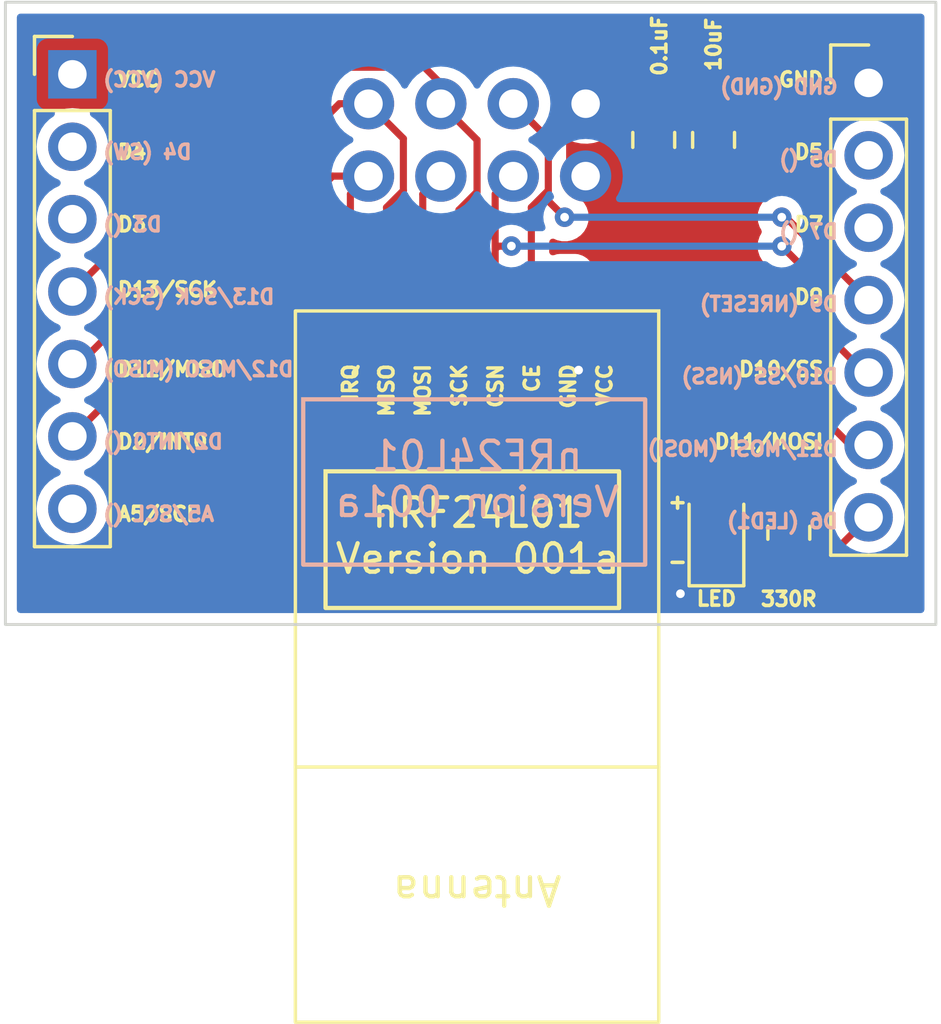
<source format=kicad_pcb>
(kicad_pcb (version 20211014) (generator pcbnew)
  (layers (0 "F.Cu" mixed) (31 "B.Cu" mixed) (34 "B.Paste" user) (35 "F.Paste" user) (36 "B.SilkS" user "B.Silkscreen") (37 "F.SilkS" user "F.Silkscreen") (38 "B.Mask" user) (39 "F.Mask" user) (44 "Edge.Cuts" user))
  (net 0 "")
  (net 1 "VCC")
  (net 2 "GND")
  (net 3 "Net-(D1-Pad2)")
  (net 4 "D4")
  (net 5 "D3")
  (net 6 "D13{slash}SCK")
  (net 7 "D12{slash}MISO")
  (net 8 "D2{slash}INT0")
  (net 9 "A5{slash}SCL")
  (net 10 "D5")
  (net 11 "D7")
  (net 12 "D9")
  (net 13 "D10{slash}SS")
  (net 14 "D11{slash}MOSI")
  (net 15 "D6")
  (footprint "MyGlobalLibrary:2X4_nRF24L01" (layer "F.Cu") (at 153.9 80.6 180)
    (fp_text reference "U1" hide)
    (fp_text value "2x4_nRF24L01")
    (pad "1" thru_hole circle (at -3.81 1.27 180) (size 1.8 1.8) (drill 1) (layers *.Cu *.Mask) (net 2 "GND"))
    (pad "2" thru_hole circle (at -1.27 1.27 180) (size 1.8 1.8) (drill 1) (layers *.Cu *.Mask) (net 12 "D9"))
    (pad "3" thru_hole circle (at 1.27 1.27 180) (size 1.8 1.8) (drill 1) (layers *.Cu *.Mask) (net 6 "D13{slash}SCK"))
    (pad "4" thru_hole circle (at 3.81 1.27 180) (size 1.8 1.8) (drill 1) (layers *.Cu *.Mask) (net 7 "D12{slash}MISO"))
    (pad "5" thru_hole circle (at 3.81 -1.27 180) (size 1.8 1.8) (drill 1) (layers *.Cu *.Mask) (net 8 "D2{slash}INT0"))
    (pad "6" thru_hole circle (at 1.27 -1.27 180) (size 1.8 1.8) (drill 1) (layers *.Cu *.Mask) (net 14 "D11{slash}MOSI"))
    (pad "7" thru_hole circle (at -1.27 -1.27 180) (size 1.8 1.8) (drill 1) (layers *.Cu *.Mask) (net 13 "D10{slash}SS"))
    (pad "8" thru_hole circle (at -3.81 -1.27 180) (size 1.8 1.8) (drill 1) (layers *.Cu *.Mask) (net 1 "VCC"))
  )
  (footprint "Capacitor_SMD:C_0805_2012Metric_Pad1.18x1.45mm_HandSolder" (layer "F.Cu") (at 160.1 80.6 90)
    (fp_text reference "C1" hide)
    (fp_text value "0.1uF" (at 3.3 0.2 90) (layer "F.SilkS") (effects (font (size 0.5 0.5) (thickness 0.125))))
    (fp_line (start -0.261252 -0.735) (end 0.261252 -0.735) (layer "F.SilkS") (width 0.12))
    (fp_line (start -0.261252 0.735) (end 0.261252 0.735) (layer "F.SilkS") (width 0.12))
    (pad "1" smd roundrect (at -1.0375 0 90) (size 1.175 1.45) (layers "F.Cu" "F.Paste" "F.Mask") (roundrect_rratio 0.2127659574) (net 1 "VCC"))
    (pad "2" smd roundrect (at 1.0375 0 90) (size 1.175 1.45) (layers "F.Cu" "F.Paste" "F.Mask") (roundrect_rratio 0.2127659574) (net 2 "GND"))
  )
  (footprint "Capacitor_SMD:C_0805_2012Metric_Pad1.18x1.45mm_HandSolder" (layer "F.Cu") (at 162.2 80.6 90)
    (fp_text reference "C2" hide)
    (fp_text value "10uF" (at 3.35 0 90) (layer "F.SilkS") (effects (font (size 0.5 0.5) (thickness 0.125))))
    (fp_line (start -0.261252 -0.735) (end 0.261252 -0.735) (layer "F.SilkS") (width 0.12))
    (fp_line (start -0.261252 0.735) (end 0.261252 0.735) (layer "F.SilkS") (width 0.12))
    (pad "1" smd roundrect (at -1.0375 0 90) (size 1.175 1.45) (layers "F.Cu" "F.Paste" "F.Mask") (roundrect_rratio 0.2127659574) (net 1 "VCC"))
    (pad "2" smd roundrect (at 1.0375 0 90) (size 1.175 1.45) (layers "F.Cu" "F.Paste" "F.Mask") (roundrect_rratio 0.2127659574) (net 2 "GND"))
  )
  (footprint "MyGlobalLibrary:nRF24L01_smd" (layer "F.Cu") (at 153.9 86.6 180)
    (fp_text reference "U2" hide)
    (fp_text value "nRF24L01_smd_1" hide)
    (fp_text user "Antenna" (at 0 -20.32 180 unlocked) (layer "F.SilkS"))
    (fp_line (start -6.375 -16) (end 6.375 -16) (layer "F.SilkS") (width 0.12))
    (fp_rect (start -6.375 0) (end 6.375 -24.95) (layer "F.SilkS") (width 0.12) (fill none))
    (pad "1" smd roundrect (at -4.445 0 180) (size 0.9 3) (layers "F.Cu" "F.Paste" "F.Mask") (net 1 "VCC"))
    (pad "2" smd roundrect (at -3.175 0 180) (size 0.9 3) (layers "F.Cu" "F.Paste" "F.Mask") (net 2 "GND"))
    (pad "3" smd roundrect (at -1.905 0 180) (size 0.9 3) (layers "F.Cu" "F.Paste" "F.Mask") (net 12 "D9"))
    (pad "4" smd roundrect (at -0.635 0 180) (size 0.9 3) (layers "F.Cu" "F.Paste" "F.Mask") (net 13 "D10{slash}SS"))
    (pad "5" smd roundrect (at 0.635 0 180) (size 0.9 3) (layers "F.Cu" "F.Paste" "F.Mask") (net 6 "D13{slash}SCK"))
    (pad "6" smd roundrect (at 1.905 0 180) (size 0.9 3) (layers "F.Cu" "F.Paste" "F.Mask") (net 14 "D11{slash}MOSI"))
    (pad "7" smd roundrect (at 3.175 0 180) (size 0.9 3) (layers "F.Cu" "F.Paste" "F.Mask") (net 7 "D12{slash}MISO"))
    (pad "8" smd roundrect (at 4.445 0 180) (size 0.9 3) (layers "F.Cu" "F.Paste" "F.Mask") (net 8 "D2{slash}INT0"))
  )
  (footprint "Connector_PinHeader_2.54mm:PinHeader_1x07_P2.54mm_Vertical" (layer "F.Cu") (at 139.7 78.3)
    (fp_text reference "J1" hide)
    (fp_text value "Conn_01x07_Male" hide)
    (fp_line (start -1.33 0) (end -1.33 -1.33) (layer "F.SilkS") (width 0.12))
    (fp_line (start -1.33 1.27) (end -1.33 16.57) (layer "F.SilkS") (width 0.12))
    (fp_line (start -1.33 -1.33) (end 0 -1.33) (layer "F.SilkS") (width 0.12))
    (fp_line (start 1.33 1.27) (end 1.33 16.57) (layer "F.SilkS") (width 0.12))
    (fp_line (start -1.33 16.57) (end 1.33 16.57) (layer "F.SilkS") (width 0.12))
    (fp_line (start -1.33 1.27) (end 1.33 1.27) (layer "F.SilkS") (width 0.12))
    (pad "1" thru_hole rect (at 0 0) (size 1.7 1.7) (drill 1) (layers *.Cu *.Mask) (net 1 "VCC"))
    (pad "2" thru_hole oval (at 0 2.54) (size 1.7 1.7) (drill 1) (layers *.Cu *.Mask) (net 4 "D4"))
    (pad "3" thru_hole oval (at 0 5.08) (size 1.7 1.7) (drill 1) (layers *.Cu *.Mask) (net 5 "D3"))
    (pad "4" thru_hole oval (at 0 7.62) (size 1.7 1.7) (drill 1) (layers *.Cu *.Mask) (net 6 "D13{slash}SCK"))
    (pad "5" thru_hole oval (at 0 10.16) (size 1.7 1.7) (drill 1) (layers *.Cu *.Mask) (net 7 "D12{slash}MISO"))
    (pad "6" thru_hole oval (at 0 12.7) (size 1.7 1.7) (drill 1) (layers *.Cu *.Mask) (net 8 "D2{slash}INT0"))
    (pad "7" thru_hole oval (at 0 15.24) (size 1.7 1.7) (drill 1) (layers *.Cu *.Mask) (net 9 "A5{slash}SCL"))
  )
  (footprint "Connector_PinHeader_2.54mm:PinHeader_1x07_P2.54mm_Vertical" (layer "F.Cu") (at 167.64 78.6)
    (fp_text reference "J2" hide)
    (fp_text value "Conn_01x07_Male" hide)
    (fp_line (start 1.33 1.27) (end 1.33 16.57) (layer "F.SilkS") (width 0.12))
    (fp_line (start -1.33 1.27) (end -1.33 16.57) (layer "F.SilkS") (width 0.12))
    (fp_line (start -1.33 16.57) (end 1.33 16.57) (layer "F.SilkS") (width 0.12))
    (fp_line (start -1.33 1.27) (end 1.33 1.27) (layer "F.SilkS") (width 0.12))
    (fp_line (start -1.33 -1.33) (end 0 -1.33) (layer "F.SilkS") (width 0.12))
    (fp_line (start -1.33 0) (end -1.33 -1.33) (layer "F.SilkS") (width 0.12))
    (pad "1" thru_hole rect (at 0 0) (size 1.7 1.7) (drill 1) (layers *.Cu *.Mask) (net 2 "GND"))
    (pad "2" thru_hole oval (at 0 2.54) (size 1.7 1.7) (drill 1) (layers *.Cu *.Mask) (net 10 "D5"))
    (pad "3" thru_hole oval (at 0 5.08) (size 1.7 1.7) (drill 1) (layers *.Cu *.Mask) (net 11 "D7"))
    (pad "4" thru_hole oval (at 0 7.62) (size 1.7 1.7) (drill 1) (layers *.Cu *.Mask) (net 12 "D9"))
    (pad "5" thru_hole oval (at 0 10.16) (size 1.7 1.7) (drill 1) (layers *.Cu *.Mask) (net 13 "D10{slash}SS"))
    (pad "6" thru_hole oval (at 0 12.7) (size 1.7 1.7) (drill 1) (layers *.Cu *.Mask) (net 14 "D11{slash}MOSI"))
    (pad "7" thru_hole oval (at 0 15.24) (size 1.7 1.7) (drill 1) (layers *.Cu *.Mask) (net 15 "D6"))
  )
  (footprint "Resistor_SMD:R_0805_2012Metric_Pad1.20x1.40mm_HandSolder" (layer "F.Cu") (at 164.840196 94.381022 90)
    (fp_text reference "R1" hide)
    (fp_text value "330R" (at -2.325 0 180) (layer "F.SilkS") (effects (font (size 0.5 0.5) (thickness 0.125))))
    (fp_line (start -0.227064 -0.735) (end 0.227064 -0.735) (layer "F.SilkS") (width 0.12))
    (fp_line (start -0.227064 0.735) (end 0.227064 0.735) (layer "F.SilkS") (width 0.12))
    (pad "1" smd roundrect (at -1 0 90) (size 1.2 1.4) (layers "F.Cu" "F.Paste" "F.Mask") (roundrect_rratio 0.2083333333) (net 15 "D6"))
    (pad "2" smd roundrect (at 1 0 90) (size 1.2 1.4) (layers "F.Cu" "F.Paste" "F.Mask") (roundrect_rratio 0.2083333333) (net 3 "Net-(D1-Pad2)"))
  )
  (footprint "LED_SMD:LED_0805_2012Metric_Pad1.15x1.40mm_HandSolder" (layer "F.Cu") (at 162.300196 94.381022 90)
    (fp_text reference "D1" hide)
    (fp_text value "LED" (at -2.315 0) (layer "F.SilkS") (effects (font (size 0.5 0.5) (thickness 0.125))))
    (fp_line (start 1 -0.96) (end -1.86 -0.96) (layer "F.SilkS") (width 0.12))
    (fp_line (start -1.86 0.96) (end 1 0.96) (layer "F.SilkS") (width 0.12))
    (fp_line (start -1.86 -0.96) (end -1.86 0.96) (layer "F.SilkS") (width 0.12))
    (pad "1" smd roundrect (at -1.025 0 90) (size 1.15 1.4) (layers "F.Cu" "F.Paste" "F.Mask") (roundrect_rratio 0.2173913043) (net 2 "GND"))
    (pad "2" smd roundrect (at 1.025 0 90) (size 1.15 1.4) (layers "F.Cu" "F.Paste" "F.Mask") (roundrect_rratio 0.2173913043) (net 3 "Net-(D1-Pad2)"))
  )
  (gr_rect (start 147.8 89.7) (end 159.8 95.5) (layer "B.SilkS") (width 0.15) (fill none))
  (gr_rect (start 148.584 92.226) (end 158.884 97.02) (layer "F.SilkS") (width 0.15) (fill none))
  (gr_rect (start 137.35 75.77) (end 170 97.6) (layer "Edge.Cuts") (width 0.1) (fill none))
  (gr_text "D7 ()" (at 166.624 83.82) (layer "B.SilkS") (effects (font (size 0.5 0.5) (thickness 0.125)) (justify left mirror)))
  (gr_text "VCC (VCC)" (at 140.716 78.486) (layer "B.SilkS") (effects (font (size 0.5 0.5) (thickness 0.125)) (justify right mirror)))
  (gr_text "GND (GND)" (at 166.624 78.74) (layer "B.SilkS") (effects (font (size 0.5 0.5) (thickness 0.125)) (justify left mirror)))
  (gr_text "D10/SS (NSS)" (at 166.624 88.9) (layer "B.SilkS") (effects (font (size 0.5 0.5) (thickness 0.125)) (justify left mirror)))
  (gr_text "A5/SCL ()" (at 140.716 93.726) (layer "B.SilkS") (effects (font (size 0.5 0.5) (thickness 0.125)) (justify right mirror)))
  (gr_text "D12/MISO (MISO)" (at 140.716 88.646) (layer "B.SilkS") (effects (font (size 0.5 0.5) (thickness 0.125)) (justify right mirror)))
  (gr_text "D3 ()" (at 140.716 83.566) (layer "B.SilkS") (effects (font (size 0.5 0.5) (thickness 0.125)) (justify right mirror)))
  (gr_text "nRF24L01\nVersion 001a\n" (at 153.9 92.5) (layer "B.SilkS") (effects (font (size 1 1)) (justify mirror)))
  (gr_text "D6 (LED1)" (at 166.624 93.98) (layer "B.SilkS") (effects (font (size 0.5 0.5) (thickness 0.125)) (justify left mirror)))
  (gr_text "D4 (SW)" (at 140.716 81.026) (layer "B.SilkS") (effects (font (size 0.5 0.5) (thickness 0.125)) (justify right mirror)))
  (gr_text "D13/SCK (SCK)\n" (at 140.716 86.106) (layer "B.SilkS") (effects (font (size 0.5 0.5) (thickness 0.125)) (justify right mirror)))
  (gr_text "D9 (NRESET)" (at 166.624 86.36) (layer "B.SilkS") (effects (font (size 0.5 0.5) (thickness 0.125)) (justify left mirror)))
  (gr_text "D2/INT0 ()" (at 140.716 91.186) (layer "B.SilkS") (effects (font (size 0.5 0.5) (thickness 0.125)) (justify right mirror)))
  (gr_text "D11/MOSI (MOSI)" (at 166.624 91.44) (layer "B.SilkS") (effects (font (size 0.5 0.5) (thickness 0.125)) (justify left mirror)))
  (gr_text "D5 ()" (at 166.624 81.28) (layer "B.SilkS") (effects (font (size 0.5 0.5) (thickness 0.125)) (justify left mirror)))
  (gr_text "-" (at 160.936196 95.385152) (layer "F.SilkS") (effects (font (size 0.5 0.5) (thickness 0.125))))
  (gr_text "D3" (at 141.224 83.566) (layer "F.SilkS") (effects (font (size 0.5 0.5) (thickness 0.125)) (justify left)))
  (gr_text "D7" (at 166.116 83.566) (layer "F.SilkS") (effects (font (size 0.5 0.5) (thickness 0.125)) (justify right)))
  (gr_text "D5" (at 166.116 81.026) (layer "F.SilkS") (effects (font (size 0.5 0.5) (thickness 0.125)) (justify right)))
  (gr_text "CSN" (at 154.55 88.4 90) (layer "F.SilkS") (effects (font (size 0.5 0.5) (thickness 0.125)) (justify right)))
  (gr_text "D11/MOSI" (at 166.116 91.186) (layer "F.SilkS") (effects (font (size 0.5 0.5) (thickness 0.125)) (justify right)))
  (gr_text "VCC" (at 141.224 78.486) (layer "F.SilkS") (effects (font (size 0.5 0.5) (thickness 0.125)) (justify left)))
  (gr_text "D9" (at 166.116 86.106) (layer "F.SilkS") (effects (font (size 0.5 0.5) (thickness 0.125)) (justify right)))
  (gr_text "IRQ" (at 149.45 88.4 90) (layer "F.SilkS") (effects (font (size 0.5 0.5) (thickness 0.125)) (justify right)))
  (gr_text "CE" (at 155.825 88.4 90) (layer "F.SilkS") (effects (font (size 0.5 0.5) (thickness 0.125)) (justify right)))
  (gr_text "D13/SCK\n" (at 141.224 85.852) (layer "F.SilkS") (effects (font (size 0.5 0.5) (thickness 0.125)) (justify left)))
  (gr_text "A5/SCL" (at 141.224 93.726) (layer "F.SilkS") (effects (font (size 0.5 0.5) (thickness 0.125)) (justify left)))
  (gr_text "D2/INT0" (at 141.224 91.186) (layer "F.SilkS") (effects (font (size 0.5 0.5) (thickness 0.125)) (justify left)))
  (gr_text "SCK" (at 153.275 88.4 90) (layer "F.SilkS") (effects (font (size 0.5 0.5) (thickness 0.125)) (justify right)))
  (gr_text "nRF24L01\nVersion 001a\n" (at 153.924 94.488) (layer "F.SilkS") (effects (font (size 1 1))))
  (gr_text "D4" (at 141.224 81.026) (layer "F.SilkS") (effects (font (size 0.5 0.5) (thickness 0.125)) (justify left)))
  (gr_text "D12/MISO" (at 141.224 88.646) (layer "F.SilkS") (effects (font (size 0.5 0.5) (thickness 0.125)) (justify left)))
  (gr_text "GND" (at 166.116 78.486) (layer "F.SilkS") (effects (font (size 0.5 0.5) (thickness 0.125)) (justify right)))
  (gr_text "VCC" (at 158.375 88.4 90) (layer "F.SilkS") (effects (font (size 0.5 0.5) (thickness 0.125)) (justify right)))
  (gr_text "MISO" (at 150.725 88.4 90) (layer "F.SilkS") (effects (font (size 0.5 0.5) (thickness 0.125)) (justify right)))
  (gr_text "GND" (at 157.1 88.4 90) (layer "F.SilkS") (effects (font (size 0.5 0.5) (thickness 0.125)) (justify right)))
  (gr_text "D10/SS" (at 166.116 88.646) (layer "F.SilkS") (effects (font (size 0.5 0.5) (thickness 0.125)) (justify right)))
  (gr_text "MOSI" (at 152 88.4 90) (layer "F.SilkS") (effects (font (size 0.5 0.5) (thickness 0.125)) (justify right)))
  (gr_text "+" (at 160.936196 93.293143) (layer "F.SilkS") (effects (font (size 0.5 0.5) (thickness 0.125))))
  (segment (start 159.8675 79.33) (end 160.1 79.5625) (width 1.275) (layer "F.Cu") (net 2))
  (segment (start 162.300196 95.406022) (end 162.149978 95.406022) (width 0.508) (layer "F.Cu") (net 2))
  (segment (start 157.71 79.33) (end 159.8675 79.33) (width 1.275) (layer "F.Cu") (net 2))
  (segment (start 157.075 86.6) (end 157.075 88.286905) (width 0.875) (layer "F.Cu") (net 2))
  (segment (start 162.149978 95.406022) (end 161.036 96.52) (width 0.508) (layer "F.Cu") (net 2))
  (segment (start 157.075 88.286905) (end 157.463335 88.67524) (width 0.875) (layer "F.Cu") (net 2))
  (segment (start 160.1 79.5625) (end 162.2 79.5625) (width 1.275) (layer "F.Cu") (net 2))
  (via (at 161.036 96.52) (size 0.6858) (drill 0.3048) (layers "F.Cu" "B.Cu") (net 2))
  (via (at 157.463335 88.67524) (size 0.6858) (drill 0.3048) (layers "F.Cu" "B.Cu") (net 2))
  (segment (start 164.840196 93.381022) (end 162.325196 93.381022) (width 0.25) (layer "F.Cu") (net 3))
  (segment (start 162.325196 93.381022) (end 162.300196 93.356022) (width 0.1524) (layer "F.Cu") (net 3))
  (segment (start 153.265 83.057699) (end 153.9 82.422699) (width 0.25) (layer "F.Cu") (net 6))
  (segment (start 147.57048 78.04952) (end 152.05048 78.04952) (width 0.25) (layer "F.Cu") (net 6))
  (segment (start 153.9 80.6) (end 152.63 79.33) (width 0.25) (layer "F.Cu") (net 6))
  (segment (start 152.63 78.62904) (end 152.63 79.33) (width 0.25) (layer "F.Cu") (net 6))
  (segment (start 153.9 82.422699) (end 153.9 80.6) (width 0.25) (layer "F.Cu") (net 6))
  (segment (start 139.7 85.92) (end 147.57048 78.04952) (width 0.25) (layer "F.Cu") (net 6))
  (segment (start 153.265 86.6) (end 153.265 83.057699) (width 0.25) (layer "F.Cu") (net 6))
  (segment (start 152.05048 78.04952) (end 152.63 78.62904) (width 0.25) (layer "F.Cu") (net 6))
  (segment (start 151.314511 80.554511) (end 150.09 79.33) (width 0.25) (layer "F.Cu") (net 7))
  (segment (start 151.314511 82.37721) (end 151.314511 80.554511) (width 0.25) (layer "F.Cu") (net 7))
  (segment (start 149.07 79.33) (end 150.09 79.33) (width 0.25) (layer "F.Cu") (net 7))
  (segment (start 150.725 86.6) (end 150.725 82.966721) (width 0.25) (layer "F.Cu") (net 7))
  (segment (start 150.725 82.966721) (end 151.314511 82.37721) (width 0.25) (layer "F.Cu") (net 7))
  (segment (start 139.94 88.46) (end 149.07 79.33) (width 0.25) (layer "F.Cu") (net 7))
  (segment (start 139.7 88.46) (end 139.94 88.46) (width 0.25) (layer "F.Cu") (net 7))
  (segment (start 149.455 86.6) (end 149.455 82.505) (width 0.25) (layer "F.Cu") (net 8))
  (segment (start 148.83 81.87) (end 150.09 81.87) (width 0.25) (layer "F.Cu") (net 8))
  (segment (start 149.455 82.505) (end 150.09 81.87) (width 0.25) (layer "F.Cu") (net 8))
  (segment (start 139.7 91) (end 148.83 81.87) (width 0.25) (layer "F.Cu") (net 8))
  (segment (start 155.805 82.966721) (end 156.4 82.371721) (width 0.25) (layer "F.Cu") (net 12))
  (segment (start 155.805 86.6) (end 155.805 82.966721) (width 0.25) (layer "F.Cu") (net 12))
  (segment (start 156.972 83.312) (end 156.4 82.74) (width 0.25) (layer "F.Cu") (net 12))
  (segment (start 156.4 82.371721) (end 156.4 80.56) (width 0.25) (layer "F.Cu") (net 12))
  (segment (start 164.732 83.312) (end 167.64 86.22) (width 0.25) (layer "F.Cu") (net 12))
  (segment (start 156.4 82.74) (end 156.4 82.371721) (width 0.25) (layer "F.Cu") (net 12))
  (segment (start 156.4 80.56) (end 155.17 79.33) (width 0.25) (layer "F.Cu") (net 12))
  (segment (start 164.592 83.312) (end 164.732 83.312) (width 0.25) (layer "F.Cu") (net 12))
  (via (at 164.592 83.312) (size 0.6858) (drill 0.3048) (layers "F.Cu" "B.Cu") (net 12))
  (via (at 156.972 83.312) (size 0.6858) (drill 0.3048) (layers "F.Cu" "B.Cu") (net 12))
  (segment (start 164.592 83.312) (end 156.972 83.312) (width 0.25) (layer "B.Cu") (net 12))
  (segment (start 154.535 86.6) (end 154.535 84.431) (width 0.25) (layer "F.Cu") (net 13))
  (segment (start 165.608 85.344) (end 165.608 86.868) (width 0.25) (layer "F.Cu") (net 13))
  (segment (start 165.608 86.868) (end 167.5 88.76) (width 0.25) (layer "F.Cu") (net 13))
  (segment (start 154.535 84.431) (end 154.535 82.505) (width 0.25) (layer "F.Cu") (net 13))
  (segment (start 164.592 84.328) (end 165.608 85.344) (width 0.25) (layer "F.Cu") (net 13))
  (segment (start 154.638 84.328) (end 154.535 84.431) (width 0.25) (layer "F.Cu") (net 13))
  (segment (start 154.535 82.505) (end 155.17 81.87) (width 0.25) (layer "F.Cu") (net 13))
  (segment (start 154.94 84.328) (end 154.638 84.328) (width 0.25) (layer "F.Cu") (net 13))
  (segment (start 167.5 88.76) (end 167.64 88.76) (width 0.25) (layer "F.Cu") (net 13))
  (via (at 155.105028 84.323469) (size 0.6858) (drill 0.3048) (layers "F.Cu" "B.Cu") (net 13))
  (via (at 164.592 84.328) (size 0.6858) (drill 0.3048) (layers "F.Cu" "B.Cu") (net 13))
  (segment (start 164.592 84.328) (end 154.94 84.328) (width 0.25) (layer "B.Cu") (net 13))
  (segment (start 151.995 86.6) (end 151.995 82.505) (width 0.25) (layer "F.Cu") (net 14))
  (segment (start 167.64 91.3) (end 166.992 91.3) (width 0.25) (layer "F.Cu") (net 14))
  (segment (start 166.992 91.3) (end 165.1 89.408) (width 0.25) (layer "F.Cu") (net 14))
  (segment (start 165.1 89.408) (end 152.384794 89.408) (width 0.25) (layer "F.Cu") (net 14))
  (segment (start 151.995 82.505) (end 152.63 81.87) (width 0.25) (layer "F.Cu") (net 14))
  (segment (start 152.384794 89.408) (end 151.995 89.018206) (width 0.25) (layer "F.Cu") (net 14))
  (segment (start 151.995 89.018206) (end 151.995 86.6) (width 0.25) (layer "F.Cu") (net 14))
  (segment (start 167.64 93.84) (end 166.098978 95.381022) (width 0.25) (layer "F.Cu") (net 15))
  (segment (start 166.098978 95.381022) (end 164.840196 95.381022) (width 0.25) (layer "F.Cu") (net 15))
  (zone (net 1) (net_name "VCC") (layer "F.Cu") (connect_pads yes (clearance 0.5)) (min_thickness 0.254) (fill yes (thermal_gap 0.508) (thermal_bridge_width 0.508))
    (polygon (pts (xy 166.116 88.105869) (xy 155.956 88.105869) (xy 155.956 82.296) (xy 137.668 82.296) (xy 137.668 76.2) (xy 166.116 76.2)))
  )
  (zone (net 2) (net_name "GND") (layer "B.Cu") (connect_pads yes (clearance 0.4)) (min_thickness 0.254) (fill yes (thermal_gap 0.508) (thermal_bridge_width 0.508))
    (polygon (pts (xy 170.18 97.536) (xy 137.16 97.536) (xy 137.16 75.692) (xy 170.18 75.692)))
  )
)
</source>
